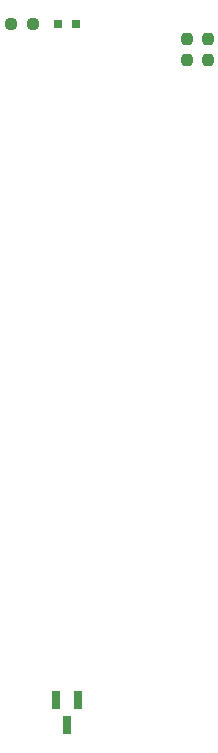
<source format=gbr>
G04 #@! TF.GenerationSoftware,KiCad,Pcbnew,7.0.11+dfsg-1build4*
G04 #@! TF.CreationDate,2024-11-01T23:51:49+09:00*
G04 #@! TF.ProjectId,bionic-p8051,62696f6e-6963-42d7-9038-3035312e6b69,4*
G04 #@! TF.SameCoordinates,Original*
G04 #@! TF.FileFunction,Paste,Top*
G04 #@! TF.FilePolarity,Positive*
%FSLAX46Y46*%
G04 Gerber Fmt 4.6, Leading zero omitted, Abs format (unit mm)*
G04 Created by KiCad (PCBNEW 7.0.11+dfsg-1build4) date 2024-11-01 23:51:49*
%MOMM*%
%LPD*%
G01*
G04 APERTURE LIST*
G04 Aperture macros list*
%AMRoundRect*
0 Rectangle with rounded corners*
0 $1 Rounding radius*
0 $2 $3 $4 $5 $6 $7 $8 $9 X,Y pos of 4 corners*
0 Add a 4 corners polygon primitive as box body*
4,1,4,$2,$3,$4,$5,$6,$7,$8,$9,$2,$3,0*
0 Add four circle primitives for the rounded corners*
1,1,$1+$1,$2,$3*
1,1,$1+$1,$4,$5*
1,1,$1+$1,$6,$7*
1,1,$1+$1,$8,$9*
0 Add four rect primitives between the rounded corners*
20,1,$1+$1,$2,$3,$4,$5,0*
20,1,$1+$1,$4,$5,$6,$7,0*
20,1,$1+$1,$6,$7,$8,$9,0*
20,1,$1+$1,$8,$9,$2,$3,0*%
G04 Aperture macros list end*
%ADD10RoundRect,0.237500X0.237500X-0.250000X0.237500X0.250000X-0.237500X0.250000X-0.237500X-0.250000X0*%
%ADD11RoundRect,0.237500X0.250000X0.237500X-0.250000X0.237500X-0.250000X-0.237500X0.250000X-0.237500X0*%
%ADD12R,0.762000X0.711200*%
%ADD13R,0.660400X1.625600*%
G04 APERTURE END LIST*
D10*
X126908000Y-74873000D03*
X126908000Y-73048000D03*
D11*
X112072500Y-71778000D03*
X110247500Y-71778000D03*
D10*
X125130000Y-74873000D03*
X125130000Y-73048000D03*
D12*
X114195300Y-71778000D03*
X115744700Y-71778000D03*
D13*
X115920001Y-129055000D03*
X114019999Y-129055000D03*
X114970000Y-131187000D03*
M02*

</source>
